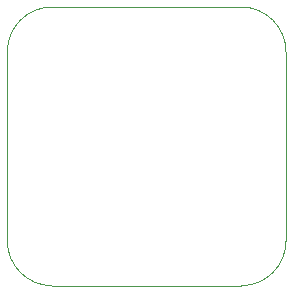
<source format=gko>
%TF.GenerationSoftware,KiCad,Pcbnew,5.0.0-fee4fd1~66~ubuntu16.04.1*%
%TF.CreationDate,2018-09-25T10:52:31-07:00*%
%TF.ProjectId,3x3-CR2032-Coin-Cell,3378332D4352323033322D436F696E2D,v1.2*%
%TF.SameCoordinates,Original*%
%TF.FileFunction,Profile,NP*%
%FSLAX46Y46*%
G04 Gerber Fmt 4.6, Leading zero omitted, Abs format (unit mm)*
G04 Created by KiCad (PCBNEW 5.0.0-fee4fd1~66~ubuntu16.04.1) date Tue Sep 25 10:52:31 2018*
%MOMM*%
%LPD*%
G01*
G04 APERTURE LIST*
%ADD10C,0.050000*%
G04 APERTURE END LIST*
D10*
X14224000Y-46980000D02*
X30224000Y-46980000D01*
X10424000Y-27180000D02*
X10424000Y-43180000D01*
X34024000Y-27180000D02*
X34024000Y-43180000D01*
X14224000Y-23380000D02*
X30224000Y-23380000D01*
X14224000Y-23380000D02*
G75*
G03X10424000Y-27180000I0J-3800000D01*
G01*
X10424000Y-43180000D02*
G75*
G03X14224000Y-46980000I3800000J0D01*
G01*
X30224000Y-46980000D02*
G75*
G03X34024000Y-43180000I0J3800000D01*
G01*
X34024000Y-27180000D02*
G75*
G03X30224000Y-23380000I-3800000J0D01*
G01*
M02*

</source>
